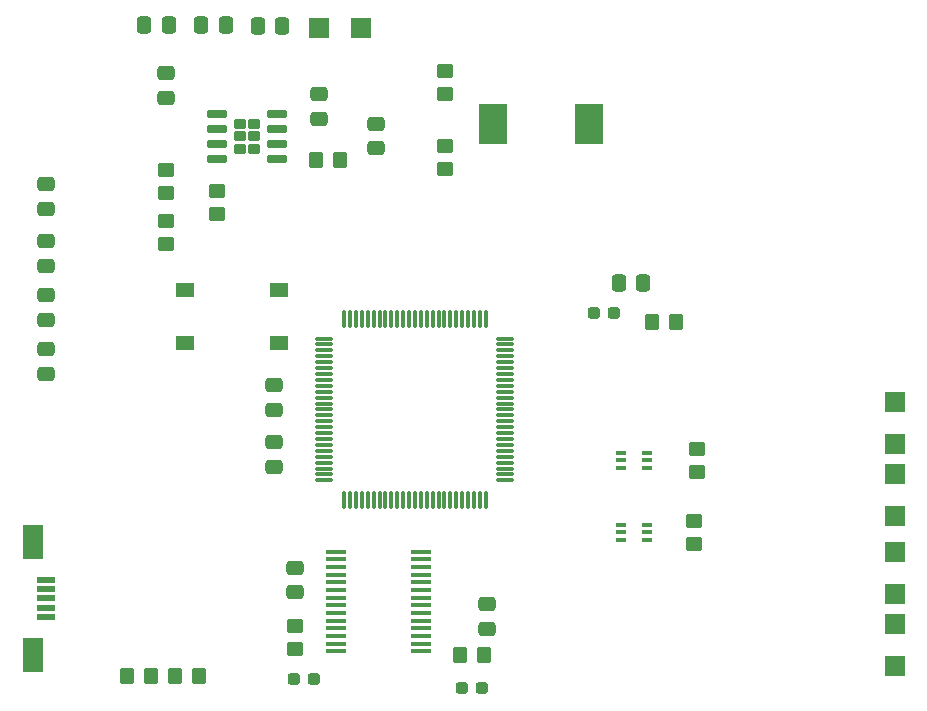
<source format=gbr>
%TF.GenerationSoftware,KiCad,Pcbnew,(6.0.7)*%
%TF.CreationDate,2022-11-16T17:50:00-06:00*%
%TF.ProjectId,ECE445PCBDesign (4),45434534-3435-4504-9342-44657369676e,rev?*%
%TF.SameCoordinates,Original*%
%TF.FileFunction,Paste,Top*%
%TF.FilePolarity,Positive*%
%FSLAX46Y46*%
G04 Gerber Fmt 4.6, Leading zero omitted, Abs format (unit mm)*
G04 Created by KiCad (PCBNEW (6.0.7)) date 2022-11-16 17:50:00*
%MOMM*%
%LPD*%
G01*
G04 APERTURE LIST*
G04 Aperture macros list*
%AMRoundRect*
0 Rectangle with rounded corners*
0 $1 Rounding radius*
0 $2 $3 $4 $5 $6 $7 $8 $9 X,Y pos of 4 corners*
0 Add a 4 corners polygon primitive as box body*
4,1,4,$2,$3,$4,$5,$6,$7,$8,$9,$2,$3,0*
0 Add four circle primitives for the rounded corners*
1,1,$1+$1,$2,$3*
1,1,$1+$1,$4,$5*
1,1,$1+$1,$6,$7*
1,1,$1+$1,$8,$9*
0 Add four rect primitives between the rounded corners*
20,1,$1+$1,$2,$3,$4,$5,0*
20,1,$1+$1,$4,$5,$6,$7,0*
20,1,$1+$1,$6,$7,$8,$9,0*
20,1,$1+$1,$8,$9,$2,$3,0*%
G04 Aperture macros list end*
%ADD10RoundRect,0.237500X-0.287500X-0.237500X0.287500X-0.237500X0.287500X0.237500X-0.287500X0.237500X0*%
%ADD11RoundRect,0.250000X-0.337500X-0.475000X0.337500X-0.475000X0.337500X0.475000X-0.337500X0.475000X0*%
%ADD12RoundRect,0.250000X-0.450000X0.350000X-0.450000X-0.350000X0.450000X-0.350000X0.450000X0.350000X0*%
%ADD13RoundRect,0.075000X-0.075000X0.662500X-0.075000X-0.662500X0.075000X-0.662500X0.075000X0.662500X0*%
%ADD14RoundRect,0.075000X-0.662500X0.075000X-0.662500X-0.075000X0.662500X-0.075000X0.662500X0.075000X0*%
%ADD15R,1.680000X1.700000*%
%ADD16RoundRect,0.250000X0.450000X-0.350000X0.450000X0.350000X-0.450000X0.350000X-0.450000X-0.350000X0*%
%ADD17RoundRect,0.250000X-0.350000X-0.450000X0.350000X-0.450000X0.350000X0.450000X-0.350000X0.450000X0*%
%ADD18R,0.876300X0.355600*%
%ADD19RoundRect,0.250000X-0.475000X0.337500X-0.475000X-0.337500X0.475000X-0.337500X0.475000X0.337500X0*%
%ADD20R,1.500000X0.500000*%
%ADD21R,1.800000X3.000000*%
%ADD22RoundRect,0.237500X0.287500X0.237500X-0.287500X0.237500X-0.287500X-0.237500X0.287500X-0.237500X0*%
%ADD23RoundRect,0.250000X0.475000X-0.337500X0.475000X0.337500X-0.475000X0.337500X-0.475000X-0.337500X0*%
%ADD24R,2.400000X3.400000*%
%ADD25R,1.750000X0.450000*%
%ADD26RoundRect,0.222500X-0.297500X-0.222500X0.297500X-0.222500X0.297500X0.222500X-0.297500X0.222500X0*%
%ADD27RoundRect,0.150000X-0.737500X-0.150000X0.737500X-0.150000X0.737500X0.150000X-0.737500X0.150000X0*%
%ADD28R,1.550000X1.300000*%
%ADD29R,1.700000X1.680000*%
G04 APERTURE END LIST*
D10*
%TO.C,L1*%
X168543000Y-106934000D03*
X170293000Y-106934000D03*
%TD*%
D11*
%TO.C,C5*%
X170666500Y-104394000D03*
X172741500Y-104394000D03*
%TD*%
D12*
%TO.C,R2*%
X143256000Y-133366000D03*
X143256000Y-135366000D03*
%TD*%
D13*
%TO.C,U2*%
X159416000Y-107399500D03*
X158916000Y-107399500D03*
X158416000Y-107399500D03*
X157916000Y-107399500D03*
X157416000Y-107399500D03*
X156916000Y-107399500D03*
X156416000Y-107399500D03*
X155916000Y-107399500D03*
X155416000Y-107399500D03*
X154916000Y-107399500D03*
X154416000Y-107399500D03*
X153916000Y-107399500D03*
X153416000Y-107399500D03*
X152916000Y-107399500D03*
X152416000Y-107399500D03*
X151916000Y-107399500D03*
X151416000Y-107399500D03*
X150916000Y-107399500D03*
X150416000Y-107399500D03*
X149916000Y-107399500D03*
X149416000Y-107399500D03*
X148916000Y-107399500D03*
X148416000Y-107399500D03*
X147916000Y-107399500D03*
X147416000Y-107399500D03*
D14*
X145753500Y-109062000D03*
X145753500Y-109562000D03*
X145753500Y-110062000D03*
X145753500Y-110562000D03*
X145753500Y-111062000D03*
X145753500Y-111562000D03*
X145753500Y-112062000D03*
X145753500Y-112562000D03*
X145753500Y-113062000D03*
X145753500Y-113562000D03*
X145753500Y-114062000D03*
X145753500Y-114562000D03*
X145753500Y-115062000D03*
X145753500Y-115562000D03*
X145753500Y-116062000D03*
X145753500Y-116562000D03*
X145753500Y-117062000D03*
X145753500Y-117562000D03*
X145753500Y-118062000D03*
X145753500Y-118562000D03*
X145753500Y-119062000D03*
X145753500Y-119562000D03*
X145753500Y-120062000D03*
X145753500Y-120562000D03*
X145753500Y-121062000D03*
D13*
X147416000Y-122724500D03*
X147916000Y-122724500D03*
X148416000Y-122724500D03*
X148916000Y-122724500D03*
X149416000Y-122724500D03*
X149916000Y-122724500D03*
X150416000Y-122724500D03*
X150916000Y-122724500D03*
X151416000Y-122724500D03*
X151916000Y-122724500D03*
X152416000Y-122724500D03*
X152916000Y-122724500D03*
X153416000Y-122724500D03*
X153916000Y-122724500D03*
X154416000Y-122724500D03*
X154916000Y-122724500D03*
X155416000Y-122724500D03*
X155916000Y-122724500D03*
X156416000Y-122724500D03*
X156916000Y-122724500D03*
X157416000Y-122724500D03*
X157916000Y-122724500D03*
X158416000Y-122724500D03*
X158916000Y-122724500D03*
X159416000Y-122724500D03*
D14*
X161078500Y-121062000D03*
X161078500Y-120562000D03*
X161078500Y-120062000D03*
X161078500Y-119562000D03*
X161078500Y-119062000D03*
X161078500Y-118562000D03*
X161078500Y-118062000D03*
X161078500Y-117562000D03*
X161078500Y-117062000D03*
X161078500Y-116562000D03*
X161078500Y-116062000D03*
X161078500Y-115562000D03*
X161078500Y-115062000D03*
X161078500Y-114562000D03*
X161078500Y-114062000D03*
X161078500Y-113562000D03*
X161078500Y-113062000D03*
X161078500Y-112562000D03*
X161078500Y-112062000D03*
X161078500Y-111562000D03*
X161078500Y-111062000D03*
X161078500Y-110562000D03*
X161078500Y-110062000D03*
X161078500Y-109562000D03*
X161078500Y-109062000D03*
%TD*%
D12*
%TO.C,R4*%
X132334000Y-94758000D03*
X132334000Y-96758000D03*
%TD*%
D15*
%TO.C,D6*%
X194056000Y-130708500D03*
X194056000Y-127128500D03*
%TD*%
D16*
%TO.C,Shunt2*%
X177292000Y-120380000D03*
X177292000Y-118380000D03*
%TD*%
D17*
%TO.C,R6*%
X145050000Y-93980000D03*
X147050000Y-93980000D03*
%TD*%
D18*
%TO.C,U3*%
X173069250Y-126125999D03*
X173069250Y-125476000D03*
X173069250Y-124826001D03*
X170846750Y-124826001D03*
X170846750Y-125476000D03*
X170846750Y-126125999D03*
%TD*%
D17*
%TO.C,R9*%
X129048000Y-137668000D03*
X131048000Y-137668000D03*
%TD*%
D19*
%TO.C,C9*%
X122174000Y-109982000D03*
X122174000Y-112057000D03*
%TD*%
D20*
%TO.C,J1*%
X122201500Y-132664000D03*
X122201500Y-131864000D03*
X122201500Y-131064000D03*
X122201500Y-130264000D03*
X122201500Y-129464000D03*
D21*
X121051500Y-135814000D03*
X121051500Y-126314000D03*
%TD*%
D19*
%TO.C,C4*%
X141478000Y-113008500D03*
X141478000Y-115083500D03*
%TD*%
D22*
%TO.C,D2*%
X159117000Y-138684000D03*
X157367000Y-138684000D03*
%TD*%
D15*
%TO.C,D5*%
X194056000Y-124104500D03*
X194056000Y-120524500D03*
%TD*%
D23*
%TO.C,C2*%
X159512000Y-133625500D03*
X159512000Y-131550500D03*
%TD*%
%TO.C,C1*%
X143256000Y-130556000D03*
X143256000Y-128481000D03*
%TD*%
D19*
%TO.C,C3*%
X141478000Y-117818500D03*
X141478000Y-119893500D03*
%TD*%
D24*
%TO.C,L2*%
X159984000Y-90932000D03*
X168184000Y-90932000D03*
%TD*%
D25*
%TO.C,U1*%
X153968000Y-135543000D03*
X153968000Y-134893000D03*
X153968000Y-134243000D03*
X153968000Y-133593000D03*
X153968000Y-132943000D03*
X153968000Y-132293000D03*
X153968000Y-131643000D03*
X153968000Y-130993000D03*
X153968000Y-130343000D03*
X153968000Y-129693000D03*
X153968000Y-129043000D03*
X153968000Y-128393000D03*
X153968000Y-127743000D03*
X153968000Y-127093000D03*
X146768000Y-127093000D03*
X146768000Y-127743000D03*
X146768000Y-128393000D03*
X146768000Y-129043000D03*
X146768000Y-129693000D03*
X146768000Y-130343000D03*
X146768000Y-130993000D03*
X146768000Y-131643000D03*
X146768000Y-132293000D03*
X146768000Y-132943000D03*
X146768000Y-133593000D03*
X146768000Y-134243000D03*
X146768000Y-134893000D03*
X146768000Y-135543000D03*
%TD*%
D26*
%TO.C,U5*%
X138592000Y-92978000D03*
X139792000Y-91948000D03*
X139792000Y-90918000D03*
X138592000Y-91948000D03*
X139792000Y-92978000D03*
X138592000Y-90918000D03*
D27*
X136629500Y-90043000D03*
X136629500Y-91313000D03*
X136629500Y-92583000D03*
X136629500Y-93853000D03*
X141754500Y-93853000D03*
X141754500Y-92583000D03*
X141754500Y-91313000D03*
X141754500Y-90043000D03*
%TD*%
D23*
%TO.C,C10*%
X150114000Y-92964000D03*
X150114000Y-90889000D03*
%TD*%
D11*
%TO.C,C14*%
X135323000Y-82550000D03*
X137398000Y-82550000D03*
%TD*%
D16*
%TO.C,Shunt1*%
X177038000Y-126476000D03*
X177038000Y-124476000D03*
%TD*%
D19*
%TO.C,C12*%
X132334000Y-86592500D03*
X132334000Y-88667500D03*
%TD*%
D28*
%TO.C,SW1*%
X141897000Y-104938000D03*
X133947000Y-104938000D03*
X133947000Y-109438000D03*
X141897000Y-109438000D03*
%TD*%
D15*
%TO.C,D7*%
X194056000Y-136804500D03*
X194056000Y-133224500D03*
%TD*%
D19*
%TO.C,C6*%
X122174000Y-96012000D03*
X122174000Y-98087000D03*
%TD*%
D17*
%TO.C,R1*%
X173498000Y-107696000D03*
X175498000Y-107696000D03*
%TD*%
D12*
%TO.C,R5*%
X132334000Y-99092000D03*
X132334000Y-101092000D03*
%TD*%
D15*
%TO.C,D4*%
X194056000Y-118008500D03*
X194056000Y-114428500D03*
%TD*%
D11*
%TO.C,C13*%
X140109000Y-82634000D03*
X142184000Y-82634000D03*
%TD*%
%TO.C,C15*%
X130513000Y-82550000D03*
X132588000Y-82550000D03*
%TD*%
D10*
%TO.C,D1*%
X143143000Y-137922000D03*
X144893000Y-137922000D03*
%TD*%
D19*
%TO.C,C8*%
X122174000Y-105388500D03*
X122174000Y-107463500D03*
%TD*%
%TO.C,C7*%
X122174000Y-100838000D03*
X122174000Y-102913000D03*
%TD*%
D12*
%TO.C,R8*%
X155956000Y-92726000D03*
X155956000Y-94726000D03*
%TD*%
D19*
%TO.C,C11*%
X145288000Y-88370500D03*
X145288000Y-90445500D03*
%TD*%
D17*
%TO.C,R10*%
X133128000Y-137668000D03*
X135128000Y-137668000D03*
%TD*%
D12*
%TO.C,R11*%
X136652000Y-96536000D03*
X136652000Y-98536000D03*
%TD*%
D17*
%TO.C,R3*%
X157242000Y-135890000D03*
X159242000Y-135890000D03*
%TD*%
D18*
%TO.C,U4*%
X173069250Y-120029999D03*
X173069250Y-119380000D03*
X173069250Y-118730001D03*
X170846750Y-118730001D03*
X170846750Y-119380000D03*
X170846750Y-120029999D03*
%TD*%
D12*
%TO.C,R7*%
X155956000Y-86376000D03*
X155956000Y-88376000D03*
%TD*%
D29*
%TO.C,D3*%
X145276000Y-82804000D03*
X148856000Y-82804000D03*
%TD*%
M02*

</source>
